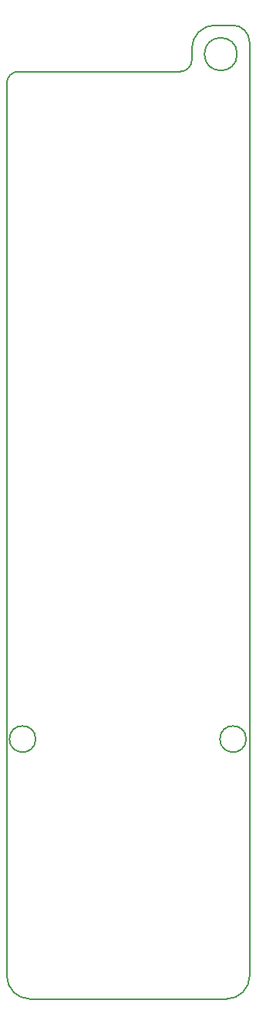
<source format=gbr>
G04 #@! TF.FileFunction,Profile,NP*
%FSLAX46Y46*%
G04 Gerber Fmt 4.6, Leading zero omitted, Abs format (unit mm)*
G04 Created by KiCad (PCBNEW 4.0.4-stable) date 04/22/19 13:39:38*
%MOMM*%
%LPD*%
G01*
G04 APERTURE LIST*
%ADD10C,0.100000*%
%ADD11C,0.150000*%
G04 APERTURE END LIST*
D10*
D11*
X116448041Y-118846600D02*
G75*
G03X116448041Y-118846600I-1436841J0D01*
G01*
X90170000Y-144780000D02*
G75*
G03X92710000Y-147320000I2540000J0D01*
G01*
X114300000Y-147320000D02*
G75*
G03X116840000Y-144780000I0J2540000D01*
G01*
X116840000Y-144780000D02*
X116840000Y-119380000D01*
X92710000Y-147320000D02*
X114300000Y-147320000D01*
X90170000Y-143510000D02*
X90170000Y-144780000D01*
X90170000Y-119380000D02*
X90170000Y-143510000D01*
X110490000Y-43180000D02*
X110490000Y-44450000D01*
X113030000Y-40640000D02*
X114935000Y-40640000D01*
X116840000Y-46990000D02*
X116840000Y-42545000D01*
X116840000Y-42545000D02*
G75*
G03X114935000Y-40640000I-1905000J0D01*
G01*
X113030000Y-40640000D02*
G75*
G03X110490000Y-43180000I0J-2540000D01*
G01*
X115461051Y-43815000D02*
G75*
G03X115461051Y-43815000I-1796051J0D01*
G01*
X91440000Y-45720000D02*
X109220000Y-45720000D01*
X109220000Y-45720000D02*
G75*
G03X110490000Y-44450000I0J1270000D01*
G01*
X90170000Y-46990000D02*
X90170000Y-48260000D01*
X116840000Y-46990000D02*
X116840000Y-48260000D01*
X91440000Y-45720000D02*
G75*
G03X90170000Y-46990000I0J-1270000D01*
G01*
X90170000Y-48260000D02*
X90170000Y-119380000D01*
X116840000Y-48260000D02*
X116840000Y-119380000D01*
X93334041Y-118846600D02*
G75*
G03X93334041Y-118846600I-1436841J0D01*
G01*
M02*

</source>
